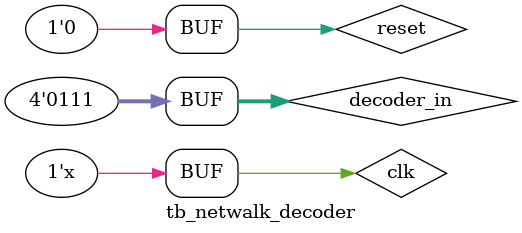
<source format=v>
`timescale 1ns / 1ps


module tb_netwalk_decoder;
parameter DECODER_IN_WIDTH=4;
parameter DECODER_OUT_WIDTH=1<<DECODER_IN_WIDTH;
	// Inputs
	reg clk;
	reg reset;
	reg [DECODER_IN_WIDTH-1:0] decoder_in;

	// Outputs
	wire [DECODER_OUT_WIDTH-1:0] decoder_out;

	// Instantiate the Unit Under Test (UUT)
	netwalk_decoder
#(.DECODER_IN_WIDTH(DECODER_IN_WIDTH))  decoder
	(
		.clk(clk), 
		.reset(reset), 
		.decoder_in(decoder_in), 
		.decoder_out(decoder_out)
	);

	initial begin
		// Initialize Inputs
		clk = 0;
		reset = 0;
		decoder_in = 0;
		// Wait 100 ns for global reset to finish
		#100; 
   decoder_in=4'b0000;
	#20;
   decoder_in=4'b0001;
	#20;
	decoder_in=4'b0111;
	#40;
	
		// Add stimulus here

	end
	
	always begin
	#5 clk=~clk;
	end
      
endmodule


</source>
